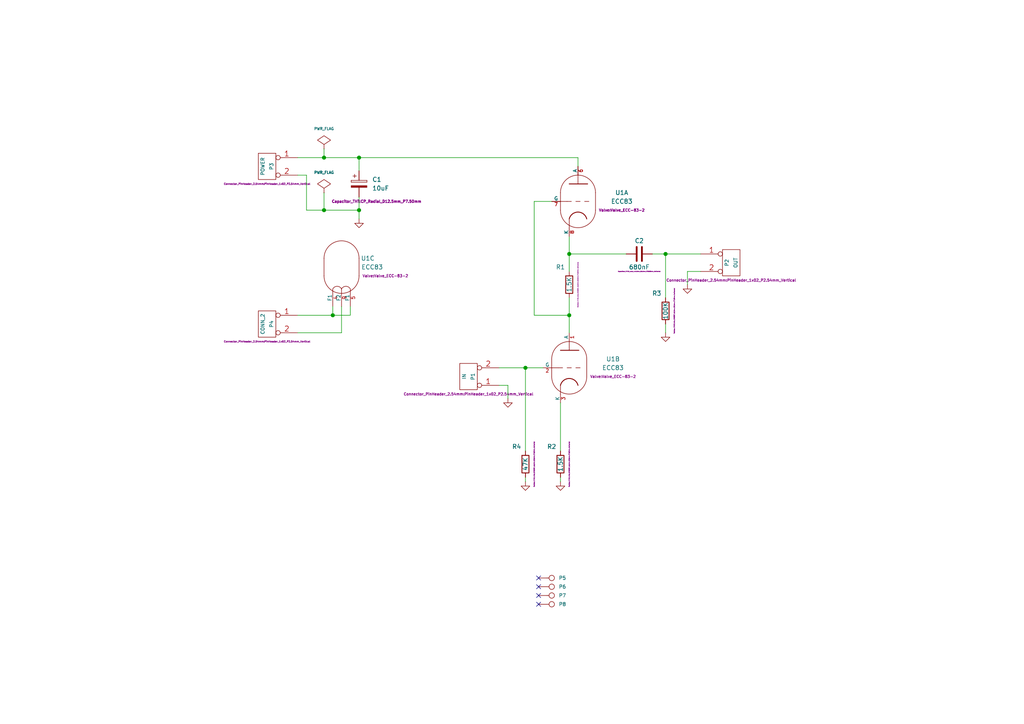
<source format=kicad_sch>
(kicad_sch (version 20201015) (generator eeschema)
  (page 1 1)
  (paper "A4")
  (title_block (title "ECC Push-Pull") (date "Sat 21 Mar 2015") (rev "0.1"))
  (lib_symbols
    (symbol "ecc83_schlib:C" (pin_numbers hide) (pin_names (offset 0.254))
      (property "Reference" "C" (at 0.635 2.54 0))
      (property "Value" "C" (at 0.635 -2.54 0))
      (symbol "C_0_1"
        (polyline (pts (xy -2.032 -0.762) (xy 2.032 -0.762)) (stroke (width 0.508)))
        (polyline (pts (xy -2.032 0.762) (xy 2.032 0.762)) (stroke (width 0.508)))
      )
      (symbol "C_1_1"
        (pin passive line (at 0 3.81 270) (length 2.794) (name "~") (number "1"))
        (pin passive line (at 0 -3.81 90) (length 2.794) (name "~") (number "2"))
      )
    )
    (symbol "ecc83_schlib:CONN_1" (pin_numbers hide) (pin_names (offset 0.762) hide)
      (property "Reference" "P" (at 2.032 0 0))
      (property "Footprint" "MountingHole:MountingHole_3.2mm_M3_DIN965_Pad" (at 0 -1.27 0))
      (symbol "CONN_1_0_1"
        (circle (center 0 0) (radius 0.7874))
        (polyline (pts (xy -0.762 0) (xy -1.27 0)))
      )
      (symbol "CONN_1_1_1"
        (pin passive line (at -3.81 0 0) (length 2.54) (name "1") (number "1"))
      )
    )
    (symbol "ecc83_schlib:CONN_2" (pin_names (offset 1.016) hide)
      (property "Reference" "P" (at -1.27 0 90))
      (property "Value" "CONN_2" (at 1.27 0 90))
      (symbol "CONN_2_0_1"
        (rectangle (start -2.54 3.81) (end 2.54 -3.81))
      )
      (symbol "CONN_2_1_1"
        (pin passive inverted (at -8.89 2.54 0) (length 6.35) (name "P1") (number "1"))
        (pin passive inverted (at -8.89 -2.54 0) (length 6.35) (name "PM") (number "2"))
      )
    )
    (symbol "ecc83_schlib:CP" (pin_numbers hide) (pin_names (offset 0.254))
      (property "Reference" "C" (at 0.635 2.54 0))
      (property "Value" "CP" (at 0.635 -2.54 0))
      (symbol "CP_0_1"
        (rectangle (start -2.286 0.508) (end -2.286 1.016))
        (rectangle (start -2.286 0.508) (end 2.286 0.508))
        (rectangle (start 2.286 -0.508) (end -2.286 -1.016) (fill (type outline)))
        (rectangle (start 2.286 1.016) (end -2.286 1.016))
        (rectangle (start 2.286 1.016) (end 2.286 0.508))
        (polyline (pts (xy -1.778 2.286) (xy -0.762 2.286)))
        (polyline (pts (xy -1.27 2.794) (xy -1.27 1.778)))
      )
      (symbol "CP_1_1"
        (pin passive line (at 0 3.81 270) (length 2.794) (name "~") (number "1"))
        (pin passive line (at 0 -3.81 90) (length 2.794) (name "~") (number "2"))
      )
    )
    (symbol "ecc83_schlib:ECC83" (pin_names (offset 0))
      (property "Reference" "U" (at 3.302 7.874 0))
      (property "Value" "ECC83" (at 8.89 -7.62 0))
      (symbol "ECC83_0_1"
        (arc (start -5.08 -2.54) (end 5.08 -2.54) (radius (at 0 -2.54) (length 5.08) (angles -179.9 -0.1)))
        (arc (start 5.08 2.54) (end -5.08 2.54) (radius (at 0 2.54) (length 5.08) (angles 0.1 179.9)))
        (polyline (pts (xy 5.08 2.54) (xy 5.08 -2.54)))
        (polyline (pts (xy -5.08 2.54) (xy -5.08 -2.54) (xy -5.08 -2.54)))
      )
      (symbol "ECC83_1_1"
        (arc (start 2.54 -5.08) (end -2.54 -5.08) (radius (at 0 -5.715) (length 2.6162) (angles 14.2 165.9)) (stroke (width 0.254)))
        (polyline (pts (xy -5.08 0) (xy -3.175 0)))
        (polyline (pts (xy -1.905 0) (xy -3.175 0)) (stroke (width 0.1524)))
        (polyline (pts (xy -0.635 0) (xy 0.635 0)) (stroke (width 0.1524)))
        (polyline (pts (xy 1.905 0) (xy 3.175 0)) (stroke (width 0.1524)))
        (polyline (pts (xy -2.54 5.08) (xy 2.794 5.08) (xy 2.794 5.08)) (stroke (width 0.254)))
        (pin passive line (at 0 10.16 270) (length 2.54) (name "A") (number "6"))
        (pin input line (at -7.62 0 0) (length 2.54) (name "G") (number "7"))
        (pin passive line (at -2.54 -10.16 90) (length 2.54) (name "K") (number "8"))
      )
      (symbol "ECC83_2_1"
        (arc (start 2.54 -5.08) (end -2.54 -5.08) (radius (at 0 -5.715) (length 2.6162) (angles 14.2 165.9)) (stroke (width 0.254)))
        (polyline (pts (xy -5.08 0) (xy -3.175 0)))
        (polyline (pts (xy -1.905 0) (xy -3.175 0)) (stroke (width 0.1524)))
        (polyline (pts (xy -0.635 0) (xy 0.635 0)) (stroke (width 0.1524)))
        (polyline (pts (xy 1.905 0) (xy 3.175 0)) (stroke (width 0.1524)))
        (polyline (pts (xy -2.54 5.08) (xy 2.794 5.08) (xy 2.794 5.08)) (stroke (width 0.254)))
        (pin passive line (at 0 10.16 270) (length 2.54) (name "A") (number "1"))
        (pin input line (at -7.62 0 0) (length 2.54) (name "G") (number "2"))
        (pin passive line (at -2.54 -10.16 90) (length 2.54) (name "K") (number "3"))
      )
      (symbol "ECC83_3_1"
        (arc (start 0 -6.35) (end -2.54 -6.35) (radius (at -1.27 -6.985) (length 1.397) (angles 26.5 153.4)))
        (arc (start 2.54 -6.35) (end 0 -6.35) (radius (at 1.27 -6.985) (length 1.397) (angles 26.5 153.4)))
        (pin input line (at -2.54 -11.43 90) (length 5.08) (name "F1") (number "4"))
        (pin input line (at 2.54 -11.43 90) (length 5.08) (name "F1") (number "5"))
        (pin input line (at 0 -11.43 90) (length 5.08) (name "F2") (number "9"))
      )
      (symbol "ECC83_1_0"
        (polyline (pts (xy -2.54 -5.08) (xy -2.54 -7.62)))
        (polyline (pts (xy 0 5.08) (xy 0 7.62)))
      )
      (symbol "ECC83_2_0"
        (polyline (pts (xy -2.54 -5.08) (xy -2.54 -7.62)))
        (polyline (pts (xy 0 5.08) (xy 0 7.62)))
      )
    )
    (symbol "ecc83_schlib:GND" (power) (pin_names (offset 0))
      (property "Value" "GND" (at 0 -3.81 0))
      (symbol "GND_0_1"
        (polyline (pts (xy 0 0) (xy 0 -1.27) (xy 1.27 -1.27) (xy 0 -2.54) (xy -1.27 -1.27) (xy 0 -1.27)))
      )
      (symbol "GND_1_1"
        (pin power_in line (at 0 0 270) (length 0) hide (name "GND") (number "1"))
      )
    )
    (symbol "ecc83_schlib:PWR_FLAG" (power) (pin_numbers hide) (pin_names (offset 0) hide)
      (property "Value" "PWR_FLAG" (at 0 4.572 0))
      (symbol "PWR_FLAG_0_1"
        (polyline (pts (xy 0 0) (xy 0 1.27) (xy -1.905 2.54) (xy 0 3.81) (xy 1.905 2.54) (xy 0 1.27)))
      )
      (symbol "PWR_FLAG_0_0"
        (pin power_out line (at 0 0 90) (length 0) (name "pwr") (number "1"))
      )
    )
    (symbol "ecc83_schlib:R" (pin_numbers hide) (pin_names (offset 0))
      (property "Reference" "R" (at 2.032 0 90))
      (property "Value" "R" (at 0 0 90))
      (symbol "R_0_1"
        (rectangle (start -1.016 -2.54) (end 1.016 2.54) (stroke (width 0.254)))
      )
      (symbol "R_1_1"
        (pin passive line (at 0 3.81 270) (length 1.27) (name "~") (number "1"))
        (pin passive line (at 0 -3.81 90) (length 1.27) (name "~") (number "2"))
      )
    )
  )
  (junction (at 93.98 45.72) (diameter 1.016))
  (junction (at 93.98 60.96) (diameter 1.016))
  (junction (at 96.52 91.44) (diameter 1.016))
  (junction (at 104.14 45.72) (diameter 1.016))
  (junction (at 104.14 60.96) (diameter 1.016))
  (junction (at 152.4 106.68) (diameter 1.016))
  (junction (at 165.1 73.66) (diameter 1.016))
  (junction (at 165.1 91.44) (diameter 1.016))
  (junction (at 193.04 73.66) (diameter 1.016))
  (no_connect (at 156.21 167.64))
  (no_connect (at 156.21 175.26))
  (no_connect (at 156.21 170.18))
  (no_connect (at 156.21 172.72))
  (wire (pts (xy 86.36 45.72) (xy 93.98 45.72)))
  (wire (pts (xy 86.36 50.8) (xy 88.9 50.8)))
  (wire (pts (xy 86.36 91.44) (xy 96.52 91.44)))
  (wire (pts (xy 86.36 96.52) (xy 99.06 96.52)))
  (wire (pts (xy 88.9 50.8) (xy 88.9 60.96)))
  (wire (pts (xy 88.9 60.96) (xy 93.98 60.96)))
  (wire (pts (xy 93.98 43.18) (xy 93.98 45.72)))
  (wire (pts (xy 93.98 45.72) (xy 104.14 45.72)))
  (wire (pts (xy 93.98 60.96) (xy 93.98 55.88)))
  (wire (pts (xy 93.98 60.96) (xy 104.14 60.96)))
  (wire (pts (xy 96.52 91.44) (xy 96.52 88.9)))
  (wire (pts (xy 96.52 91.44) (xy 101.6 91.44)))
  (wire (pts (xy 99.06 96.52) (xy 99.06 88.9)))
  (wire (pts (xy 101.6 91.44) (xy 101.6 88.9)))
  (wire (pts (xy 104.14 45.72) (xy 167.64 45.72)))
  (wire (pts (xy 104.14 49.53) (xy 104.14 45.72)))
  (wire (pts (xy 104.14 57.15) (xy 104.14 60.96)))
  (wire (pts (xy 104.14 60.96) (xy 104.14 63.5)))
  (wire (pts (xy 144.78 106.68) (xy 152.4 106.68)))
  (wire (pts (xy 147.32 111.76) (xy 144.78 111.76)))
  (wire (pts (xy 147.32 115.57) (xy 147.32 111.76)))
  (wire (pts (xy 152.4 106.68) (xy 157.48 106.68)))
  (wire (pts (xy 152.4 130.81) (xy 152.4 106.68)))
  (wire (pts (xy 152.4 138.43) (xy 152.4 139.7)))
  (wire (pts (xy 154.94 58.42) (xy 160.02 58.42)))
  (wire (pts (xy 154.94 91.44) (xy 154.94 58.42)))
  (wire (pts (xy 162.56 116.84) (xy 162.56 130.81)))
  (wire (pts (xy 162.56 138.43) (xy 162.56 139.7)))
  (wire (pts (xy 165.1 68.58) (xy 165.1 73.66)))
  (wire (pts (xy 165.1 73.66) (xy 165.1 78.74)))
  (wire (pts (xy 165.1 73.66) (xy 181.61 73.66)))
  (wire (pts (xy 165.1 86.36) (xy 165.1 91.44)))
  (wire (pts (xy 165.1 91.44) (xy 154.94 91.44)))
  (wire (pts (xy 165.1 91.44) (xy 165.1 96.52)))
  (wire (pts (xy 167.64 45.72) (xy 167.64 48.26)))
  (wire (pts (xy 189.23 73.66) (xy 193.04 73.66)))
  (wire (pts (xy 193.04 73.66) (xy 203.2 73.66)))
  (wire (pts (xy 193.04 86.36) (xy 193.04 73.66)))
  (wire (pts (xy 193.04 93.98) (xy 193.04 96.52)))
  (wire (pts (xy 199.39 78.74) (xy 199.39 82.55)))
  (wire (pts (xy 203.2 78.74) (xy 199.39 78.74)))
  (symbol (lib_id "ecc83_schlib:CONN_1") (at 160.02 167.64 0) (unit 1)
    (property "Reference" "P5" (at 162.052 167.64 0) (effects (font (size 1.016 1.016)) (justify left)))
    (property "Value" "CONN_1" (effects hide))
    (property "Footprint" "connect:1pin" (effects hide))
  )
  (symbol (lib_id "ecc83_schlib:CONN_1") (at 160.02 170.18 0) (unit 1)
    (property "Reference" "P6" (at 162.052 170.18 0) (effects (font (size 1.016 1.016)) (justify left)))
    (property "Value" "CONN_1" (effects hide))
    (property "Footprint" "connect:1pin" (effects hide))
  )
  (symbol (lib_id "ecc83_schlib:CONN_1") (at 160.02 172.72 0) (unit 1)
    (property "Reference" "P7" (at 162.052 172.72 0) (effects (font (size 1.016 1.016)) (justify left)))
    (property "Value" "CONN_1" (effects hide))
    (property "Footprint" "connect:1pin" (effects hide))
  )
  (symbol (lib_id "ecc83_schlib:CONN_1") (at 160.02 175.26 0) (unit 1)
    (property "Reference" "P8" (at 162.052 175.26 0) (effects (font (size 1.016 1.016)) (justify left)))
    (property "Value" "CONN_1" (effects hide))
    (property "Footprint" "connect:1pin" (effects hide))
  )
  (symbol (lib_id "ecc83_schlib:GND") (at 104.14 63.5 0) (unit 1)
    (property "Reference" "#PWR07" (effects hide))
    (property "Value" "GND" (effects hide))
  )
  (symbol (lib_id "ecc83_schlib:GND") (at 147.32 115.57 0) (unit 1)
    (property "Reference" "#PWR08" (effects hide))
    (property "Value" "GND" (effects hide))
  )
  (symbol (lib_id "ecc83_schlib:GND") (at 152.4 139.7 0) (unit 1)
    (property "Reference" "#PWR04" (effects hide))
    (property "Value" "GND" (effects hide))
  )
  (symbol (lib_id "ecc83_schlib:GND") (at 162.56 139.7 0) (unit 1)
    (property "Reference" "#PWR03" (effects hide))
    (property "Value" "GND" (effects hide))
  )
  (symbol (lib_id "ecc83_schlib:GND") (at 193.04 96.52 0) (unit 1)
    (property "Reference" "#PWR02" (effects hide))
    (property "Value" "GND" (effects hide))
  )
  (symbol (lib_id "ecc83_schlib:GND") (at 199.39 82.55 0) (unit 1)
    (property "Reference" "#PWR01" (effects hide))
    (property "Value" "GND" (effects hide))
  )
  (symbol (lib_id "ecc83_schlib:PWR_FLAG") (at 93.98 43.18 0) (unit 1)
    (property "Reference" "#FLG06" (effects hide))
    (property "Value" "PWR_FLAG" (at 93.98 37.338 0) (effects (font (size 0.762 0.762))))
  )
  (symbol (lib_id "ecc83_schlib:PWR_FLAG") (at 93.98 55.88 0) (unit 1)
    (property "Reference" "#FLG05" (effects hide))
    (property "Value" "PWR_FLAG" (at 93.98 50.038 0) (effects (font (size 0.762 0.762))))
  )
  (symbol (lib_id "ecc83_schlib:R") (at 152.4 134.62 0) (unit 1)
    (property "Reference" "R4" (at 149.86 129.54 0))
    (property "Value" "47K" (at 152.4 134.62 90))
    (property "Footprint" "Resistor_THT:R_Axial_DIN0207_L6.3mm_D2.5mm_P7.62mm_Horizontal" (at 154.94 134.62 90) (effects (font (size 0.254 0.254))))
  )
  (symbol (lib_id "ecc83_schlib:R") (at 162.56 134.62 0) (unit 1)
    (property "Reference" "R2" (at 160.02 129.54 0))
    (property "Value" "1.5K" (at 162.56 134.62 90))
    (property "Footprint" "Resistor_THT:R_Axial_DIN0207_L6.3mm_D2.5mm_P7.62mm_Horizontal" (at 165.1 134.62 90) (effects (font (size 0.254 0.254))))
  )
  (symbol (lib_id "ecc83_schlib:R") (at 165.1 82.55 180) (unit 1)
    (property "Reference" "R1" (at 162.56 77.47 0))
    (property "Value" "1.5K" (at 165.1 82.55 90))
    (property "Footprint" "Resistor_THT:R_Axial_DIN0207_L6.3mm_D2.5mm_P7.62mm_Horizontal" (at 167.64 82.55 90) (effects (font (size 0.254 0.254))))
  )
  (symbol (lib_id "ecc83_schlib:R") (at 193.04 90.17 0) (unit 1)
    (property "Reference" "R3" (at 190.5 85.09 0))
    (property "Value" "100K" (at 193.04 90.17 90))
    (property "Footprint" "Resistor_THT:R_Axial_DIN0207_L6.3mm_D2.5mm_P7.62mm_Horizontal" (at 195.58 90.17 90) (effects (font (size 0.254 0.254))))
  )
  (symbol (lib_id "ecc83_schlib:CP") (at 104.14 53.34 0) (unit 1)
    (property "Reference" "C1" (at 107.95 52.07 0) (effects (justify left)))
    (property "Value" "10uF" (at 107.95 54.61 0) (effects (justify left)))
    (property "Footprint" "Capacitor_THT:CP_Radial_D12.5mm_P7.50mm" (at 109.22 58.42 0) (effects (font (size 0.762 0.762))))
  )
  (symbol (lib_id "ecc83_schlib:C") (at 185.42 73.66 270) (unit 1)
    (property "Reference" "C2" (at 185.42 69.85 90))
    (property "Value" "680nF" (at 185.42 77.47 90))
    (property "Footprint" "Capacitors_THT:C_Axial_L12.0mm_D6.5mm_P20.00mm_Horizontal" (at 185.42 78.74 90) (effects (font (size 0.254 0.254))))
  )
  (symbol (lib_id "ecc83_schlib:CONN_2") (at 77.47 48.26 0) (mirror y) (unit 1)
    (property "Reference" "P3" (at 78.74 48.26 90) (effects (font (size 1.016 1.016))))
    (property "Value" "POWER" (at 76.2 48.26 90) (effects (font (size 1.016 1.016))))
    (property "Footprint" "Connector_PinHeader_2.54mm:PinHeader_1x02_P2.54mm_Vertical" (at 77.47 53.34 0) (effects (font (size 0.508 0.508))))
  )
  (symbol (lib_id "ecc83_schlib:CONN_2") (at 77.47 93.98 0) (mirror y) (unit 1)
    (property "Reference" "P4" (at 78.74 93.98 90) (effects (font (size 1.016 1.016))))
    (property "Value" "CONN_2" (at 76.2 93.98 90) (effects (font (size 1.016 1.016))))
    (property "Footprint" "Connector_PinHeader_2.54mm:PinHeader_1x02_P2.54mm_Vertical" (at 77.47 99.06 0) (effects (font (size 0.508 0.508))))
  )
  (symbol (lib_id "ecc83_schlib:CONN_2") (at 135.89 109.22 180) (unit 1)
    (property "Reference" "P1" (at 137.16 109.22 90) (effects (font (size 1.016 1.016))))
    (property "Value" "IN" (at 134.62 109.22 90) (effects (font (size 1.016 1.016))))
    (property "Footprint" "Connector_PinHeader_2.54mm:PinHeader_1x02_P2.54mm_Vertical" (at 135.89 114.3 0) (effects (font (size 0.762 0.762))))
  )
  (symbol (lib_id "ecc83_schlib:CONN_2") (at 212.09 76.2 0) (unit 1)
    (property "Reference" "P2" (at 210.82 76.2 90) (effects (font (size 1.016 1.016))))
    (property "Value" "OUT" (at 213.36 76.2 90) (effects (font (size 1.016 1.016))))
    (property "Footprint" "Connector_PinHeader_2.54mm:PinHeader_1x02_P2.54mm_Vertical" (at 212.09 81.28 0) (effects (font (size 0.762 0.762))))
  )
  (symbol (lib_id "ecc83_schlib:ECC83") (at 99.06 77.47 0) (unit 3)
    (property "Reference" "U1" (at 106.68 74.93 0))
    (property "Value" "ECC83" (at 107.95 77.47 0))
    (property "Footprint" "Valve:Valve_ECC-83-2" (at 111.76 80.01 0) (effects (font (size 0.762 0.762))))
  )
  (symbol (lib_id "ecc83_schlib:ECC83") (at 165.1 106.68 0) (unit 2)
    (property "Reference" "U1" (at 177.8 104.14 0))
    (property "Value" "ECC83" (at 177.8 106.68 0))
    (property "Footprint" "Valve:Valve_ECC-83-2" (at 177.8 109.22 0) (effects (font (size 0.762 0.762))))
  )
  (symbol (lib_id "ecc83_schlib:ECC83") (at 167.64 58.42 0) (unit 1)
    (property "Reference" "U1" (at 180.34 55.88 0))
    (property "Value" "ECC83" (at 180.34 58.42 0))
    (property "Footprint" "Valve:Valve_ECC-83-2" (at 180.34 60.96 0) (effects (font (size 0.762 0.762))))
  )
)
</source>
